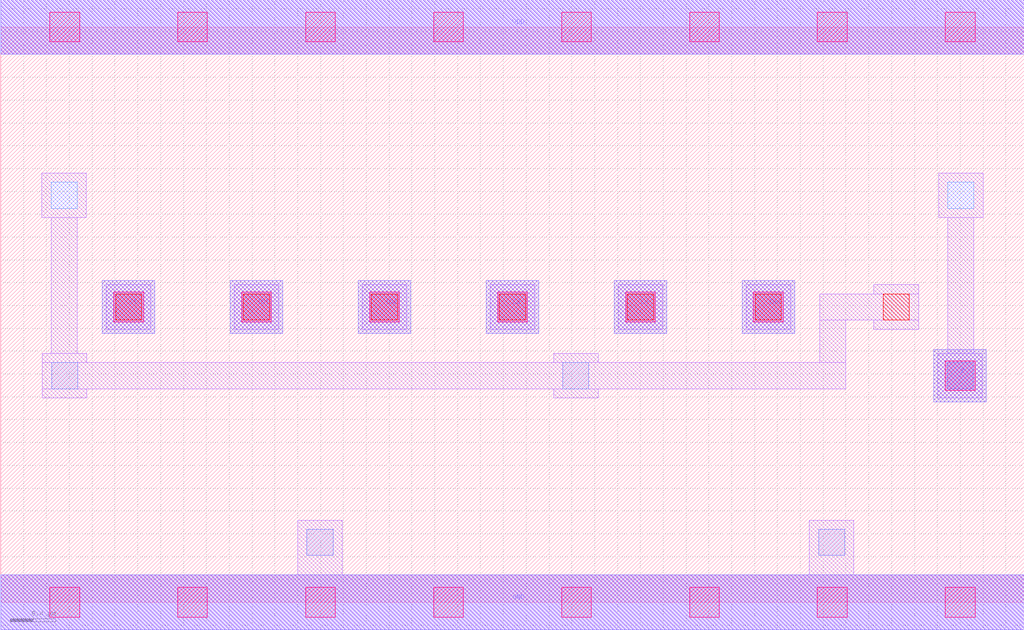
<source format=lef>
MACRO MUX3
 CLASS CORE ;
 FOREIGN MUX3 0 0 ;
 SIZE 8.96 BY 5.04 ;
 ORIGIN 0 0 ;
 SYMMETRY X Y R90 ;
 SITE unit ;
  PIN VDD
   DIRECTION INOUT ;
   USE POWER ;
   SHAPE ABUTMENT ;
    PORT
     CLASS CORE ;
       LAYER met1 ;
        RECT 0.00000000 4.80000000 8.96000000 5.28000000 ;
       LAYER met2 ;
        RECT 0.00000000 4.80000000 8.96000000 5.28000000 ;
    END
  END VDD

  PIN GND
   DIRECTION INOUT ;
   USE POWER ;
   SHAPE ABUTMENT ;
    PORT
     CLASS CORE ;
       LAYER met1 ;
        RECT 0.00000000 -0.24000000 8.96000000 0.24000000 ;
       LAYER met2 ;
        RECT 0.00000000 -0.24000000 8.96000000 0.24000000 ;
    END
  END GND

  PIN Z
   DIRECTION INOUT ;
   USE SIGNAL ;
   SHAPE ABUTMENT ;
    PORT
     CLASS CORE ;
       LAYER met2 ;
        RECT 8.17000000 1.75500000 8.63000000 2.21500000 ;
    END
  END Z

  PIN S2
   DIRECTION INOUT ;
   USE SIGNAL ;
   SHAPE ABUTMENT ;
    PORT
     CLASS CORE ;
       LAYER met2 ;
        RECT 4.25000000 2.35700000 4.71000000 2.81700000 ;
    END
  END S2

  PIN S0
   DIRECTION INOUT ;
   USE SIGNAL ;
   SHAPE ABUTMENT ;
    PORT
     CLASS CORE ;
       LAYER met2 ;
        RECT 5.37000000 2.35700000 5.83000000 2.81700000 ;
    END
  END S0

  PIN IN1
   DIRECTION INOUT ;
   USE SIGNAL ;
   SHAPE ABUTMENT ;
    PORT
     CLASS CORE ;
       LAYER met2 ;
        RECT 2.01000000 2.35700000 2.47000000 2.81700000 ;
    END
  END IN1

  PIN IN2
   DIRECTION INOUT ;
   USE SIGNAL ;
   SHAPE ABUTMENT ;
    PORT
     CLASS CORE ;
       LAYER met2 ;
        RECT 3.13000000 2.35700000 3.59000000 2.81700000 ;
    END
  END IN2

  PIN S1
   DIRECTION INOUT ;
   USE SIGNAL ;
   SHAPE ABUTMENT ;
    PORT
     CLASS CORE ;
       LAYER met2 ;
        RECT 0.89000000 2.35700000 1.35000000 2.81700000 ;
    END
  END S1

  PIN IN0
   DIRECTION INOUT ;
   USE SIGNAL ;
   SHAPE ABUTMENT ;
    PORT
     CLASS CORE ;
       LAYER met2 ;
        RECT 6.49000000 2.35700000 6.95000000 2.81700000 ;
    END
  END IN0

 OBS
    LAYER polycont ;
     RECT 1.00500000 2.47200000 1.23500000 2.70200000 ;
     RECT 2.12500000 2.47200000 2.35500000 2.70200000 ;
     RECT 3.24500000 2.47200000 3.47500000 2.70200000 ;
     RECT 4.36500000 2.47200000 4.59500000 2.70200000 ;
     RECT 5.48500000 2.47200000 5.71500000 2.70200000 ;
     RECT 6.60500000 2.47200000 6.83500000 2.70200000 ;
     RECT 7.72500000 2.47200000 7.95500000 2.70200000 ;

    LAYER pdiffc ;
     RECT 0.44000000 3.45000000 0.67000000 3.68000000 ;
     RECT 8.29000000 3.45000000 8.52000000 3.68000000 ;

    LAYER ndiffc ;
     RECT 2.68000000 0.41000000 2.91000000 0.64000000 ;
     RECT 7.16000000 0.41000000 7.39000000 0.64000000 ;
     RECT 0.44500000 1.87000000 0.67500000 2.10000000 ;
     RECT 4.92000000 1.87000000 5.15000000 2.10000000 ;
     RECT 8.28500000 1.87000000 8.51500000 2.10000000 ;

    LAYER met1 ;
     RECT 0.00000000 -0.24000000 8.96000000 0.24000000 ;
     RECT 2.60000000 0.24000000 2.99000000 0.72000000 ;
     RECT 7.08000000 0.24000000 7.47000000 0.72000000 ;
     RECT 0.92500000 2.39200000 1.31500000 2.78200000 ;
     RECT 2.04500000 2.39200000 2.43500000 2.78200000 ;
     RECT 3.16500000 2.39200000 3.55500000 2.78200000 ;
     RECT 4.28500000 2.39200000 4.67500000 2.78200000 ;
     RECT 5.40500000 2.39200000 5.79500000 2.78200000 ;
     RECT 6.52500000 2.39200000 6.91500000 2.78200000 ;
     RECT 0.36500000 1.79000000 0.75500000 1.87000000 ;
     RECT 4.84000000 1.79000000 5.23000000 1.87000000 ;
     RECT 0.36500000 1.87000000 7.40000000 2.10000000 ;
     RECT 0.36500000 2.10000000 0.75500000 2.18000000 ;
     RECT 4.84000000 2.10000000 5.23000000 2.18000000 ;
     RECT 7.17000000 2.10000000 7.40000000 2.47200000 ;
     RECT 7.64500000 2.39200000 8.03500000 2.47200000 ;
     RECT 7.17000000 2.47200000 8.03500000 2.70200000 ;
     RECT 7.64500000 2.70200000 8.03500000 2.78200000 ;
     RECT 0.44000000 2.18000000 0.67000000 3.37000000 ;
     RECT 0.36000000 3.37000000 0.75000000 3.76000000 ;
     RECT 8.20500000 1.79000000 8.59500000 2.18000000 ;
     RECT 8.29000000 2.18000000 8.52000000 3.37000000 ;
     RECT 8.21000000 3.37000000 8.60000000 3.76000000 ;
     RECT 0.00000000 4.80000000 8.96000000 5.28000000 ;

    LAYER via1 ;
     RECT 0.43000000 -0.13000000 0.69000000 0.13000000 ;
     RECT 1.55000000 -0.13000000 1.81000000 0.13000000 ;
     RECT 2.67000000 -0.13000000 2.93000000 0.13000000 ;
     RECT 3.79000000 -0.13000000 4.05000000 0.13000000 ;
     RECT 4.91000000 -0.13000000 5.17000000 0.13000000 ;
     RECT 6.03000000 -0.13000000 6.29000000 0.13000000 ;
     RECT 7.15000000 -0.13000000 7.41000000 0.13000000 ;
     RECT 8.27000000 -0.13000000 8.53000000 0.13000000 ;
     RECT 8.27000000 1.85500000 8.53000000 2.11500000 ;
     RECT 0.99000000 2.45700000 1.25000000 2.71700000 ;
     RECT 2.11000000 2.45700000 2.37000000 2.71700000 ;
     RECT 3.23000000 2.45700000 3.49000000 2.71700000 ;
     RECT 4.35000000 2.45700000 4.61000000 2.71700000 ;
     RECT 5.47000000 2.45700000 5.73000000 2.71700000 ;
     RECT 6.59000000 2.45700000 6.85000000 2.71700000 ;
     RECT 0.43000000 4.91000000 0.69000000 5.17000000 ;
     RECT 1.55000000 4.91000000 1.81000000 5.17000000 ;
     RECT 2.67000000 4.91000000 2.93000000 5.17000000 ;
     RECT 3.79000000 4.91000000 4.05000000 5.17000000 ;
     RECT 4.91000000 4.91000000 5.17000000 5.17000000 ;
     RECT 6.03000000 4.91000000 6.29000000 5.17000000 ;
     RECT 7.15000000 4.91000000 7.41000000 5.17000000 ;
     RECT 8.27000000 4.91000000 8.53000000 5.17000000 ;

    LAYER met2 ;
     RECT 0.00000000 -0.24000000 8.96000000 0.24000000 ;
     RECT 8.17000000 1.75500000 8.63000000 2.21500000 ;
     RECT 0.89000000 2.35700000 1.35000000 2.81700000 ;
     RECT 2.01000000 2.35700000 2.47000000 2.81700000 ;
     RECT 3.13000000 2.35700000 3.59000000 2.81700000 ;
     RECT 4.25000000 2.35700000 4.71000000 2.81700000 ;
     RECT 5.37000000 2.35700000 5.83000000 2.81700000 ;
     RECT 6.49000000 2.35700000 6.95000000 2.81700000 ;
     RECT 0.00000000 4.80000000 8.96000000 5.28000000 ;

 END
END MUX3

</source>
